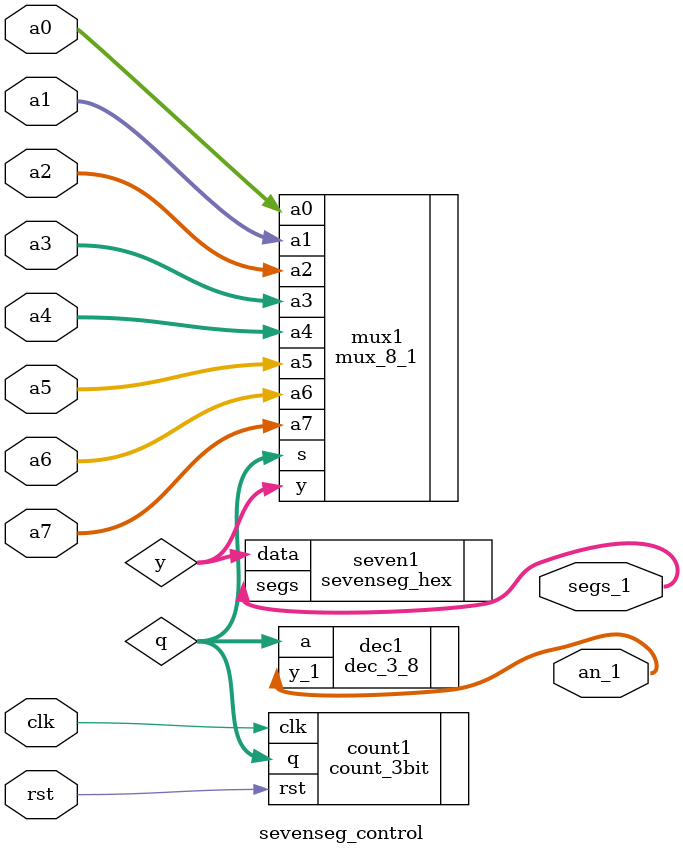
<source format=sv>
`timescale 1ns / 1ps


module sevenseg_control(input logic [3:0] a0, a1, a2, a3, a4, a5, a6, a7,
                        input logic clk, rst,
                        output logic [7:0] an_1,
                        output logic [6:0] segs_1);
                        
    logic [2:0] q;      //This is the internal wire from the counter and selecter for the multiplexer and the input for the 3-8 decoder
    logic [3:0] y;      //This is the internal wire between the multiplexer and the seven segment
    
    mux_8_1 mux1(.a0, .a1, .a2, .a3, .a4, .a5, .a6, .a7, .s(q), .y);
    count_3bit count1(.clk, .rst, .q);
    dec_3_8 dec1(.a(q), .y_1(an_1));
    sevenseg_hex seven1(.data(y), .segs(segs_1));
    
    
endmodule

</source>
